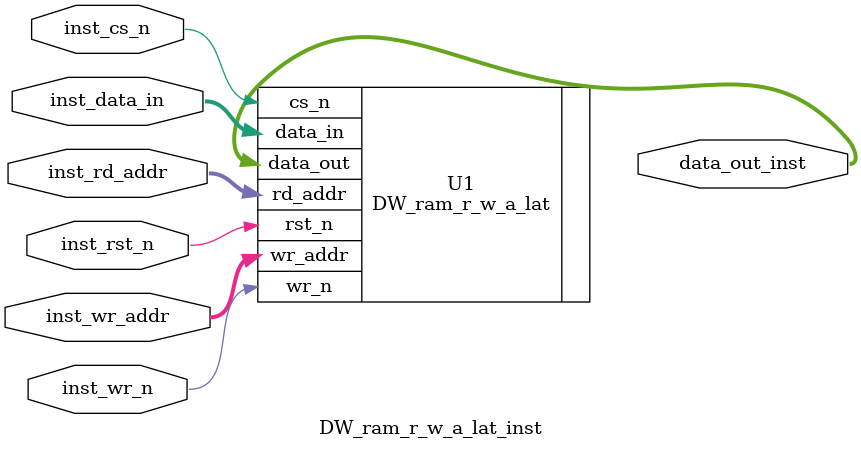
<source format=v>
module DW_ram_r_w_a_lat_inst(inst_rst_n, inst_cs_n, inst_wr_n, inst_rd_addr,
                             inst_wr_addr, inst_data_in, data_out_inst );
  parameter data_width = 8;
  parameter depth = 8;
  parameter rst_mode = 1;
  `define bit_width_depth 3 // ceil(log2(depth)) 

  input inst_rst_n;
  input inst_cs_n;
  input inst_wr_n;
  input [`bit_width_depth-1 : 0] inst_rd_addr;
  input [`bit_width_depth-1 : 0] inst_wr_addr;
  input [data_width-1 : 0] inst_data_in;
  output [data_width-1 : 0] data_out_inst;

  // Instance of DW_ram_r_w_a_lat
  DW_ram_r_w_a_lat #(data_width, depth, rst_mode)
    U1 (.rst_n(inst_rst_n),   .cs_n(inst_cs_n),   .wr_n(inst_wr_n),         .rd_addr(inst_rd_addr),   .wr_addr(inst_wr_addr),
        .data_in(inst_data_in),   .data_out(data_out_inst) );
endmodule


</source>
